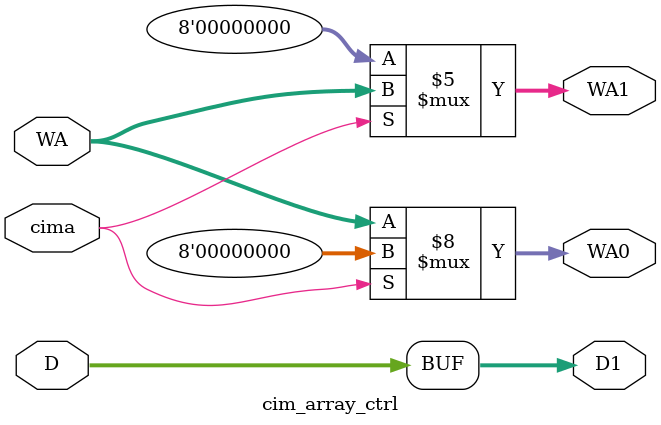
<source format=v>
module cim_array_ctrl(
    input [23:0] D,           // 输入数据
    input [7:0] WA,           // 写地址
    input cima,               // 片选信号
    output reg [23:0] D1,     // 输出数据
    output reg [7:0] WA0,     // bank0地址
    output reg [7:0] WA1      // bank1地址
);

    // 数据直接传递
    always @(*) begin
        D1 = D;
    end

    // 地址路由逻辑
    always @(*) begin
        if (cima == 1'b0) begin
            // 选择bank0
            WA0 = WA;
            WA1 = 8'b0;  // bank1不使能
        end else begin
            // 选择bank1
            WA0 = 8'b0;  // bank0不使能
            WA1 = WA;
        end
    end

endmodule 
</source>
